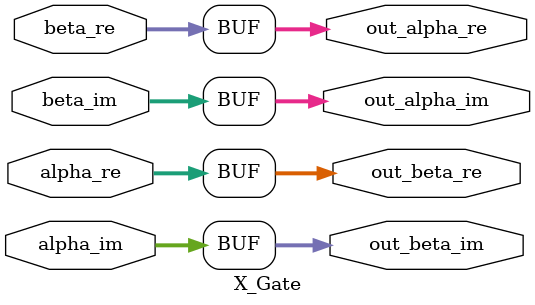
<source format=v>

module X_Gate (
    input wire [15:0] alpha_re, // Real part of alpha
    input wire [15:0] alpha_im, // Imaginary part of alpha
    input wire [15:0] beta_re,  // Real part of beta
    input wire [15:0] beta_im,  // Imaginary part of beta

    output wire [15:0] out_alpha_re, // Output real part of alpha
    output wire [15:0] out_alpha_im, // Output imaginary part of alpha
    output wire [15:0] out_beta_re,  // Output real part of beta
    output wire [15:0] out_beta_im   // Output imaginary part of beta
);

    // X gate simply swaps alpha and beta
    assign out_alpha_re = beta_re;
    assign out_alpha_im = beta_im;
    assign out_beta_re  = alpha_re;
    assign out_beta_im  = alpha_im;

endmodule

// Giải thích cho đoạn mã trên:
// 1. Cổng X (Pauli-X) hoán đổi trạng thái của qubit
// 2. Biên độ alpha (|0>) được gán giá trị của beta (|1>) và ngược lại
// 3. Kết quả là trạng thái mới của qubit sau khi áp dụng cổng X
</source>
